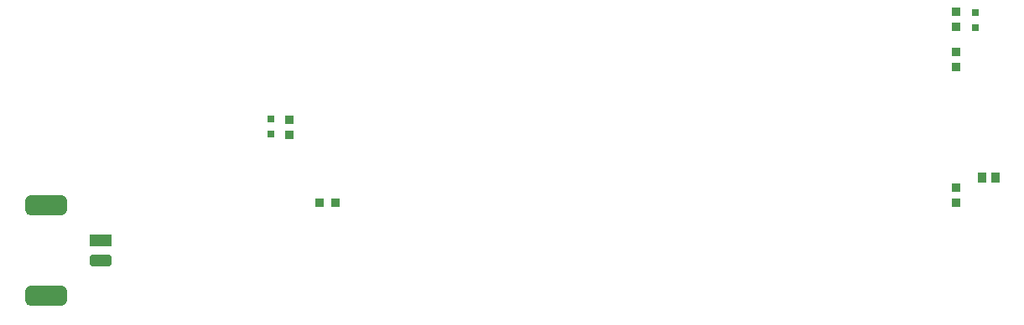
<source format=gtp>
G04 Layer_Color=8421504*
%FSLAX25Y25*%
%MOIN*%
G70*
G01*
G75*
%ADD10R,0.03543X0.03937*%
%ADD11R,0.03347X0.03347*%
%ADD12R,0.03150X0.03150*%
%ADD13R,0.03347X0.03347*%
G04:AMPARAMS|DCode=14|XSize=47.24mil|YSize=86.61mil|CornerRadius=11.81mil|HoleSize=0mil|Usage=FLASHONLY|Rotation=270.000|XOffset=0mil|YOffset=0mil|HoleType=Round|Shape=RoundedRectangle|*
%AMROUNDEDRECTD14*
21,1,0.04724,0.06299,0,0,270.0*
21,1,0.02362,0.08661,0,0,270.0*
1,1,0.02362,-0.03150,-0.01181*
1,1,0.02362,-0.03150,0.01181*
1,1,0.02362,0.03150,0.01181*
1,1,0.02362,0.03150,-0.01181*
%
%ADD14ROUNDEDRECTD14*%
%ADD15R,0.08661X0.04724*%
G04:AMPARAMS|DCode=16|XSize=78.74mil|YSize=165.35mil|CornerRadius=19.68mil|HoleSize=0mil|Usage=FLASHONLY|Rotation=270.000|XOffset=0mil|YOffset=0mil|HoleType=Round|Shape=RoundedRectangle|*
%AMROUNDEDRECTD16*
21,1,0.07874,0.12598,0,0,270.0*
21,1,0.03937,0.16535,0,0,270.0*
1,1,0.03937,-0.06299,-0.01968*
1,1,0.03937,-0.06299,0.01968*
1,1,0.03937,0.06299,0.01968*
1,1,0.03937,0.06299,-0.01968*
%
%ADD16ROUNDEDRECTD16*%
D10*
X235453Y-89842D02*
D03*
X230138D02*
D03*
D11*
X-45000Y-73051D02*
D03*
Y-66949D02*
D03*
X220000Y-93898D02*
D03*
Y-100000D02*
D03*
Y-40000D02*
D03*
Y-46102D02*
D03*
Y-23898D02*
D03*
Y-30000D02*
D03*
D12*
X-52500Y-72533D02*
D03*
Y-66627D02*
D03*
X227500Y-24416D02*
D03*
Y-30322D02*
D03*
D13*
X-33051Y-100000D02*
D03*
X-26949D02*
D03*
D14*
X-120000Y-122874D02*
D03*
D15*
Y-115000D02*
D03*
D16*
X-141969Y-100827D02*
D03*
Y-137047D02*
D03*
M02*

</source>
